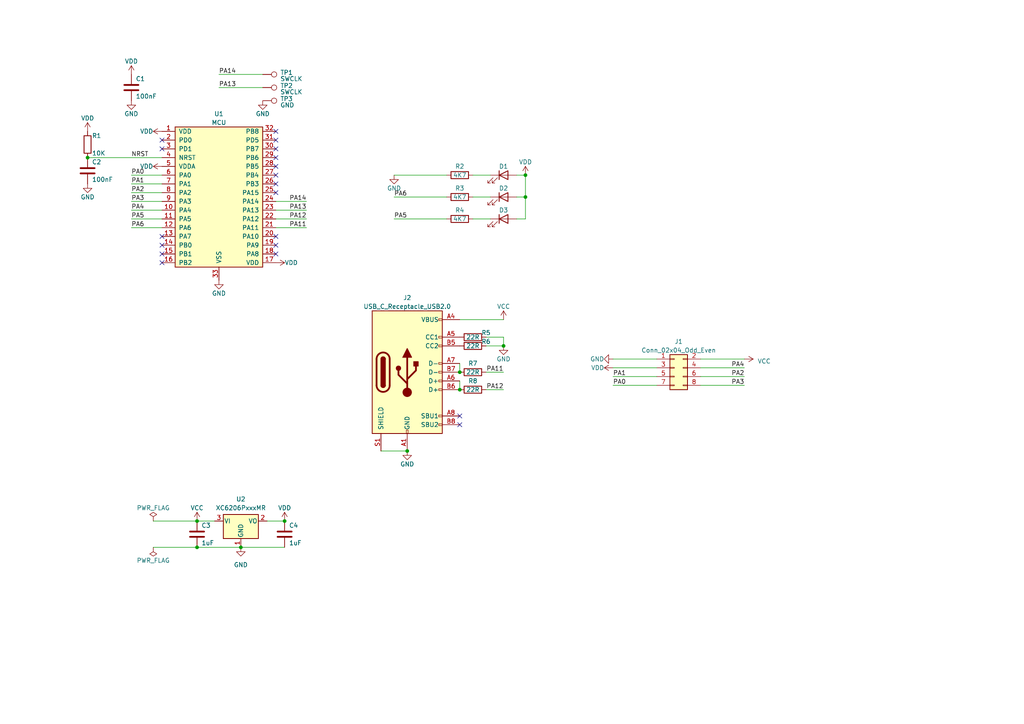
<source format=kicad_sch>
(kicad_sch (version 20230121) (generator eeschema)
  (paper "A4")
  (lib_symbols
    (symbol "Connector:TestPoint" (pin_numbers hide) (pin_names (offset 0.762) hide)
      (property "Reference" "TP" (at 0 6.858 0))
      (property "Value" "TestPoint" (at 0 5.08 0))
      (symbol "TestPoint_0_1"
        (circle (center 0 3.302) (radius 0.762))
      )
      (symbol "TestPoint_1_1"
        (pin passive line (at 0 0 90) (length 2.54) (name "1") (number "1"))
      )
    )
    (symbol "Connector:USB_C_Receptacle_USB2.0" (pin_names (offset 1.016))
      (property "Reference" "J" (at -10.16 19.05 0))
      (property "Value" "USB_C_Receptacle_USB2.0" (at 19.05 19.05 0))
      (symbol "USB_C_Receptacle_USB2.0_0_0"
        (rectangle (start -0.254 -17.78) (end 0.254 -16.764))
        (rectangle (start 10.16 -14.986) (end 9.144 -15.494))
        (rectangle (start 10.16 -12.446) (end 9.144 -12.954))
        (rectangle (start 10.16 -4.826) (end 9.144 -5.334))
        (rectangle (start 10.16 -2.286) (end 9.144 -2.794))
        (rectangle (start 10.16 0.254) (end 9.144 -0.254))
        (rectangle (start 10.16 2.794) (end 9.144 2.286))
        (rectangle (start 10.16 7.874) (end 9.144 7.366))
        (rectangle (start 10.16 10.414) (end 9.144 9.906))
        (rectangle (start 10.16 15.494) (end 9.144 14.986))
      )
      (symbol "USB_C_Receptacle_USB2.0_0_1"
        (rectangle (start -10.16 17.78) (end 10.16 -17.78) (stroke (width 0.254)) (fill (type background)))
        (arc (start -8.89 -3.81) (mid -6.985 -5.7067) (end -5.08 -3.81) (stroke (width 0.508)))
        (arc (start -7.62 -3.81) (mid -6.985 -4.4423) (end -6.35 -3.81) (stroke (width 0.254)))
        (arc (start -7.62 -3.81) (mid -6.985 -4.4423) (end -6.35 -3.81) (stroke (width 0.254)) (fill (type outline)))
        (rectangle (start -7.62 -3.81) (end -6.35 3.81) (stroke (width 0.254)) (fill (type outline)))
        (arc (start -6.35 3.81) (mid -6.985 4.4423) (end -7.62 3.81) (stroke (width 0.254)))
        (arc (start -6.35 3.81) (mid -6.985 4.4423) (end -7.62 3.81) (stroke (width 0.254)) (fill (type outline)))
        (arc (start -5.08 3.81) (mid -6.985 5.7067) (end -8.89 3.81) (stroke (width 0.508)))
        (circle (center -2.54 1.143) (radius 0.635) (stroke (width 0.254)) (fill (type outline)))
        (circle (center 0 -5.842) (radius 1.27) (fill (type outline)))
        (polyline (pts (xy -8.89 -3.81) (xy -8.89 3.81)) (stroke (width 0.508)))
        (polyline (pts (xy -5.08 3.81) (xy -5.08 -3.81)) (stroke (width 0.508)))
        (polyline (pts (xy 0 -5.842) (xy 0 4.318)) (stroke (width 0.508)))
        (polyline (pts (xy 0 -3.302) (xy -2.54 -0.762) (xy -2.54 0.508)) (stroke (width 0.508)))
        (polyline (pts (xy 0 -2.032) (xy 2.54 0.508) (xy 2.54 1.778)) (stroke (width 0.508)))
        (polyline (pts (xy -1.27 4.318) (xy 0 6.858) (xy 1.27 4.318) (xy -1.27 4.318)) (stroke (width 0.254)) (fill (type outline)))
        (rectangle (start 1.905 1.778) (end 3.175 3.048) (stroke (width 0.254)) (fill (type outline)))
      )
      (symbol "USB_C_Receptacle_USB2.0_1_1"
        (pin passive line (at 0 -22.86 90) (length 5.08) (name "GND") (number "A1"))
        (pin passive line (at 0 -22.86 90) (length 5.08) hide (name "GND") (number "A12"))
        (pin passive line (at 15.24 15.24 180) (length 5.08) (name "VBUS") (number "A4"))
        (pin bidirectional line (at 15.24 10.16 180) (length 5.08) (name "CC1") (number "A5"))
        (pin bidirectional line (at 15.24 -2.54 180) (length 5.08) (name "D+") (number "A6"))
        (pin bidirectional line (at 15.24 2.54 180) (length 5.08) (name "D-") (number "A7"))
        (pin bidirectional line (at 15.24 -12.7 180) (length 5.08) (name "SBU1") (number "A8"))
        (pin passive line (at 15.24 15.24 180) (length 5.08) hide (name "VBUS") (number "A9"))
        (pin passive line (at 0 -22.86 90) (length 5.08) hide (name "GND") (number "B1"))
        (pin passive line (at 0 -22.86 90) (length 5.08) hide (name "GND") (number "B12"))
        (pin passive line (at 15.24 15.24 180) (length 5.08) hide (name "VBUS") (number "B4"))
        (pin bidirectional line (at 15.24 7.62 180) (length 5.08) (name "CC2") (number "B5"))
        (pin bidirectional line (at 15.24 -5.08 180) (length 5.08) (name "D+") (number "B6"))
        (pin bidirectional line (at 15.24 0 180) (length 5.08) (name "D-") (number "B7"))
        (pin bidirectional line (at 15.24 -15.24 180) (length 5.08) (name "SBU2") (number "B8"))
        (pin passive line (at 15.24 15.24 180) (length 5.08) hide (name "VBUS") (number "B9"))
        (pin passive line (at -7.62 -22.86 90) (length 5.08) (name "SHIELD") (number "S1"))
      )
    )
    (symbol "Connector_Generic:Conn_02x04_Odd_Even" (pin_names (offset 1.016) hide)
      (property "Reference" "J" (at 1.27 5.08 0))
      (property "Value" "Conn_02x04_Odd_Even" (at 1.27 -7.62 0))
      (symbol "Conn_02x04_Odd_Even_1_1"
        (rectangle (start -1.27 -4.953) (end 0 -5.207) (stroke (width 0.1524)))
        (rectangle (start -1.27 -2.413) (end 0 -2.667) (stroke (width 0.1524)))
        (rectangle (start -1.27 0.127) (end 0 -0.127) (stroke (width 0.1524)))
        (rectangle (start -1.27 2.667) (end 0 2.413) (stroke (width 0.1524)))
        (rectangle (start -1.27 3.81) (end 3.81 -6.35) (stroke (width 0.254)) (fill (type background)))
        (rectangle (start 3.81 -4.953) (end 2.54 -5.207) (stroke (width 0.1524)))
        (rectangle (start 3.81 -2.413) (end 2.54 -2.667) (stroke (width 0.1524)))
        (rectangle (start 3.81 0.127) (end 2.54 -0.127) (stroke (width 0.1524)))
        (rectangle (start 3.81 2.667) (end 2.54 2.413) (stroke (width 0.1524)))
        (pin passive line (at -5.08 2.54 0) (length 3.81) (name "Pin_1") (number "1"))
        (pin passive line (at 7.62 2.54 180) (length 3.81) (name "Pin_2") (number "2"))
        (pin passive line (at -5.08 0 0) (length 3.81) (name "Pin_3") (number "3"))
        (pin passive line (at 7.62 0 180) (length 3.81) (name "Pin_4") (number "4"))
        (pin passive line (at -5.08 -2.54 0) (length 3.81) (name "Pin_5") (number "5"))
        (pin passive line (at 7.62 -2.54 180) (length 3.81) (name "Pin_6") (number "6"))
        (pin passive line (at -5.08 -5.08 0) (length 3.81) (name "Pin_7") (number "7"))
        (pin passive line (at 7.62 -5.08 180) (length 3.81) (name "Pin_8") (number "8"))
      )
    )
    (symbol "Connector_Generic:Conn_02x16_Counter_Clockwise" (pin_names (offset 1.016))
      (property "Reference" "U1" (at 0 22.86 0))
      (property "Value" "MCU" (at 0 20.32 0))
      (symbol "Conn_02x16_Counter_Clockwise_1_1"
        (rectangle (start -12.7 19.05) (end 12.7 -21.59) (stroke (width 0.254)) (fill (type background)))
        (pin power_in line (at -16.51 17.78 0) (length 3.81) (name "VDD") (number "1"))
        (pin bidirectional line (at -16.51 -5.08 0) (length 3.81) (name "PA4") (number "10"))
        (pin bidirectional line (at -16.51 -7.62 0) (length 3.81) (name "PA5") (number "11"))
        (pin bidirectional line (at -16.51 -10.16 0) (length 3.81) (name "PA6") (number "12"))
        (pin bidirectional line (at -16.51 -12.7 0) (length 3.81) (name "PA7") (number "13"))
        (pin bidirectional line (at -16.51 -15.24 0) (length 3.81) (name "PB0") (number "14"))
        (pin bidirectional line (at -16.51 -17.78 0) (length 3.81) (name "PB1") (number "15"))
        (pin bidirectional line (at -16.51 -20.32 0) (length 3.81) (name "PB2") (number "16"))
        (pin power_in line (at 16.51 -20.32 180) (length 3.81) (name "VDD") (number "17"))
        (pin bidirectional line (at 16.51 -17.78 180) (length 3.81) (name "PA8") (number "18"))
        (pin bidirectional line (at 16.51 -15.24 180) (length 3.81) (name "PA9") (number "19"))
        (pin bidirectional line (at -16.51 15.24 0) (length 3.81) (name "PD0") (number "2"))
        (pin bidirectional line (at 16.51 -12.7 180) (length 3.81) (name "PA10") (number "20"))
        (pin bidirectional line (at 16.51 -10.16 180) (length 3.81) (name "PA11") (number "21"))
        (pin bidirectional line (at 16.51 -7.62 180) (length 3.81) (name "PA12") (number "22"))
        (pin bidirectional line (at 16.51 -5.08 180) (length 3.81) (name "PA13") (number "23"))
        (pin bidirectional line (at 16.51 -2.54 180) (length 3.81) (name "PA14") (number "24"))
        (pin bidirectional line (at 16.51 0 180) (length 3.81) (name "PA15") (number "25"))
        (pin bidirectional line (at 16.51 2.54 180) (length 3.81) (name "PB3") (number "26"))
        (pin bidirectional line (at 16.51 5.08 180) (length 3.81) (name "PB4") (number "27"))
        (pin bidirectional line (at 16.51 7.62 180) (length 3.81) (name "PB5") (number "28"))
        (pin bidirectional line (at 16.51 10.16 180) (length 3.81) (name "PB6") (number "29"))
        (pin bidirectional line (at -16.51 12.7 0) (length 3.81) (name "PD1") (number "3"))
        (pin bidirectional line (at 16.51 12.7 180) (length 3.81) (name "PB7") (number "30"))
        (pin bidirectional line (at 16.51 15.24 180) (length 3.81) (name "PD5") (number "31"))
        (pin bidirectional line (at 16.51 17.78 180) (length 3.81) (name "PB8") (number "32"))
        (pin power_in line (at 0 -25.4 90) (length 3.81) (name "VSS") (number "33"))
        (pin input line (at -16.51 10.16 0) (length 3.81) (name "NRST") (number "4"))
        (pin power_in line (at -16.51 7.62 0) (length 3.81) (name "VDDA") (number "5"))
        (pin bidirectional line (at -16.51 5.08 0) (length 3.81) (name "PA0") (number "6"))
        (pin bidirectional line (at -16.51 2.54 0) (length 3.81) (name "PA1") (number "7"))
        (pin bidirectional line (at -16.51 0 0) (length 3.81) (name "PA2") (number "8"))
        (pin bidirectional line (at -16.51 -2.54 0) (length 3.81) (name "PA3") (number "9"))
      )
    )
    (symbol "Device:C" (pin_numbers hide) (pin_names (offset 0.254))
      (property "Reference" "C" (at 0.635 2.54 0))
      (property "Value" "C" (at 0.635 -2.54 0))
      (symbol "C_0_1"
        (polyline (pts (xy -2.032 -0.762) (xy 2.032 -0.762)) (stroke (width 0.508)))
        (polyline (pts (xy -2.032 0.762) (xy 2.032 0.762)) (stroke (width 0.508)))
      )
      (symbol "C_1_1"
        (pin passive line (at 0 3.81 270) (length 2.794) (name "~") (number "1"))
        (pin passive line (at 0 -3.81 90) (length 2.794) (name "~") (number "2"))
      )
    )
    (symbol "Device:LED" (pin_numbers hide) (pin_names (offset 1.016) hide)
      (property "Reference" "D" (at 0 2.54 0))
      (property "Value" "LED" (at 0 -2.54 0))
      (symbol "LED_0_1"
        (polyline (pts (xy -1.27 -1.27) (xy -1.27 1.27)) (stroke (width 0.254)))
        (polyline (pts (xy -1.27 0) (xy 1.27 0)))
        (polyline (pts (xy 1.27 -1.27) (xy 1.27 1.27) (xy -1.27 0) (xy 1.27 -1.27)) (stroke (width 0.254)))
        (polyline (pts (xy -3.048 -0.762) (xy -4.572 -2.286) (xy -3.81 -2.286) (xy -4.572 -2.286) (xy -4.572 -1.524)))
        (polyline (pts (xy -1.778 -0.762) (xy -3.302 -2.286) (xy -2.54 -2.286) (xy -3.302 -2.286) (xy -3.302 -1.524)))
      )
      (symbol "LED_1_1"
        (pin passive line (at -3.81 0 0) (length 2.54) (name "K") (number "1"))
        (pin passive line (at 3.81 0 180) (length 2.54) (name "A") (number "2"))
      )
    )
    (symbol "Device:R" (pin_numbers hide) (pin_names (offset 0))
      (property "Reference" "R" (at 2.032 0 90))
      (property "Value" "R" (at 0 0 90))
      (symbol "R_0_1"
        (rectangle (start -1.016 -2.54) (end 1.016 2.54) (stroke (width 0.254)))
      )
      (symbol "R_1_1"
        (pin passive line (at 0 3.81 270) (length 1.27) (name "~") (number "1"))
        (pin passive line (at 0 -3.81 90) (length 1.27) (name "~") (number "2"))
      )
    )
    (symbol "Regulator_Linear:XC6206PxxxMR" (pin_names (offset 0.254))
      (property "Reference" "U" (at -3.81 3.175 0))
      (property "Value" "XC6206PxxxMR" (at 0 3.175 0))
      (symbol "XC6206PxxxMR_0_1"
        (rectangle (start -5.08 1.905) (end 5.08 -5.08) (stroke (width 0.254)) (fill (type background)))
      )
      (symbol "XC6206PxxxMR_1_1"
        (pin power_in line (at 0 -7.62 90) (length 2.54) (name "GND") (number "1"))
        (pin power_out line (at 7.62 0 180) (length 2.54) (name "VO") (number "2"))
        (pin power_in line (at -7.62 0 0) (length 2.54) (name "VI") (number "3"))
      )
    )
    (symbol "power:GND" (power) (pin_names (offset 0))
      (property "Value" "GND" (at 0 -3.81 0))
      (symbol "GND_0_1"
        (polyline (pts (xy 0 0) (xy 0 -1.27) (xy 1.27 -1.27) (xy 0 -2.54) (xy -1.27 -1.27) (xy 0 -1.27)))
      )
      (symbol "GND_1_1"
        (pin power_in line (at 0 0 270) (length 0) hide (name "GND") (number "1"))
      )
    )
    (symbol "power:PWR_FLAG" (power) (pin_numbers hide) (pin_names (offset 0) hide)
      (property "Value" "PWR_FLAG" (at 0 3.81 0))
      (symbol "PWR_FLAG_0_0"
        (pin power_out line (at 0 0 90) (length 0) (name "pwr") (number "1"))
      )
      (symbol "PWR_FLAG_0_1"
        (polyline (pts (xy 0 0) (xy 0 1.27) (xy -1.016 1.905) (xy 0 2.54) (xy 1.016 1.905) (xy 0 1.27)))
      )
    )
    (symbol "power:VCC" (power) (pin_names (offset 0))
      (property "Value" "VCC" (at 0 3.81 0))
      (symbol "VCC_0_1"
        (polyline (pts (xy -0.762 1.27) (xy 0 2.54)))
        (polyline (pts (xy 0 0) (xy 0 2.54)))
        (polyline (pts (xy 0 2.54) (xy 0.762 1.27)))
      )
      (symbol "VCC_1_1"
        (pin power_in line (at 0 0 90) (length 0) hide (name "VCC") (number "1"))
      )
    )
    (symbol "power:VDD" (power) (pin_names (offset 0))
      (property "Value" "VDD" (at 0 3.81 0))
      (symbol "VDD_0_1"
        (polyline (pts (xy -0.762 1.27) (xy 0 2.54)))
        (polyline (pts (xy 0 0) (xy 0 2.54)))
        (polyline (pts (xy 0 2.54) (xy 0.762 1.27)))
      )
      (symbol "VDD_1_1"
        (pin power_in line (at 0 0 90) (length 0) hide (name "VDD") (number "1"))
      )
    )
  )
  (junction (at 133.35 107.95))
  (junction (at 69.85 158.75))
  (junction (at 57.15 151.13))
  (junction (at 133.35 113.03))
  (junction (at 152.4 50.8))
  (junction (at 146.05 100.33))
  (junction (at 25.4 45.72))
  (junction (at 82.55 151.13))
  (junction (at 57.15 158.75))
  (junction (at 152.4 57.15))
  (junction (at 118.11 130.81))
  (no_connect (at 46.99 40.64))
  (no_connect (at 80.01 48.26))
  (no_connect (at 46.99 76.2))
  (no_connect (at 80.01 68.58))
  (no_connect (at 80.01 71.12))
  (no_connect (at 80.01 73.66))
  (no_connect (at 80.01 55.88))
  (no_connect (at 80.01 53.34))
  (no_connect (at 133.35 123.19))
  (no_connect (at 46.99 71.12))
  (no_connect (at 80.01 43.18))
  (no_connect (at 80.01 50.8))
  (no_connect (at 133.35 120.65))
  (no_connect (at 46.99 73.66))
  (no_connect (at 46.99 43.18))
  (no_connect (at 80.01 45.72))
  (no_connect (at 46.99 68.58))
  (no_connect (at 80.01 40.64))
  (no_connect (at 80.01 38.1))
  (wire (pts (xy 149.86 57.15) (xy 152.4 57.15)))
  (wire (pts (xy 177.8 104.14) (xy 190.5 104.14)))
  (wire (pts (xy 63.5 21.59) (xy 76.2 21.59)))
  (wire (pts (xy 203.2 104.14) (xy 215.9 104.14)))
  (wire (pts (xy 140.97 97.79) (xy 146.05 97.79)))
  (wire (pts (xy 203.2 109.22) (xy 215.9 109.22)))
  (wire (pts (xy 137.16 63.5) (xy 142.24 63.5)))
  (wire (pts (xy 152.4 63.5) (xy 152.4 57.15)))
  (wire (pts (xy 149.86 50.8) (xy 152.4 50.8)))
  (wire (pts (xy 149.86 63.5) (xy 152.4 63.5)))
  (wire (pts (xy 80.01 66.04) (xy 88.9 66.04)))
  (wire (pts (xy 133.35 110.49) (xy 133.35 113.03)))
  (wire (pts (xy 44.45 151.13) (xy 57.15 151.13)))
  (wire (pts (xy 80.01 58.42) (xy 88.9 58.42)))
  (wire (pts (xy 25.4 45.72) (xy 46.99 45.72)))
  (wire (pts (xy 140.97 113.03) (xy 146.05 113.03)))
  (wire (pts (xy 38.1 60.96) (xy 46.99 60.96)))
  (wire (pts (xy 177.8 106.68) (xy 190.5 106.68)))
  (wire (pts (xy 69.85 158.75) (xy 82.55 158.75)))
  (wire (pts (xy 177.8 109.22) (xy 190.5 109.22)))
  (wire (pts (xy 57.15 151.13) (xy 62.23 151.13)))
  (wire (pts (xy 133.35 92.71) (xy 146.05 92.71)))
  (wire (pts (xy 38.1 55.88) (xy 46.99 55.88)))
  (wire (pts (xy 203.2 106.68) (xy 215.9 106.68)))
  (wire (pts (xy 38.1 50.8) (xy 46.99 50.8)))
  (wire (pts (xy 82.55 151.13) (xy 77.47 151.13)))
  (wire (pts (xy 146.05 100.33) (xy 140.97 100.33)))
  (wire (pts (xy 152.4 57.15) (xy 152.4 50.8)))
  (wire (pts (xy 140.97 107.95) (xy 146.05 107.95)))
  (wire (pts (xy 114.3 50.8) (xy 129.54 50.8)))
  (wire (pts (xy 38.1 63.5) (xy 46.99 63.5)))
  (wire (pts (xy 110.49 130.81) (xy 118.11 130.81)))
  (wire (pts (xy 80.01 60.96) (xy 88.9 60.96)))
  (wire (pts (xy 146.05 97.79) (xy 146.05 100.33)))
  (wire (pts (xy 137.16 50.8) (xy 142.24 50.8)))
  (wire (pts (xy 44.45 158.75) (xy 57.15 158.75)))
  (wire (pts (xy 38.1 58.42) (xy 46.99 58.42)))
  (wire (pts (xy 38.1 53.34) (xy 46.99 53.34)))
  (wire (pts (xy 133.35 105.41) (xy 133.35 107.95)))
  (wire (pts (xy 38.1 66.04) (xy 46.99 66.04)))
  (wire (pts (xy 177.8 111.76) (xy 190.5 111.76)))
  (wire (pts (xy 114.3 63.5) (xy 129.54 63.5)))
  (wire (pts (xy 63.5 25.4) (xy 76.2 25.4)))
  (wire (pts (xy 203.2 111.76) (xy 215.9 111.76)))
  (wire (pts (xy 137.16 57.15) (xy 142.24 57.15)))
  (wire (pts (xy 57.15 158.75) (xy 69.85 158.75)))
  (wire (pts (xy 80.01 63.5) (xy 88.9 63.5)))
  (wire (pts (xy 114.3 57.15) (xy 129.54 57.15)))
  (label "PA4" (at 38.1 60.96 0))
  (label "PA11" (at 88.9 66.04 180))
  (label "PA1" (at 38.1 53.34 0))
  (label "PA6" (at 114.3 57.15 0))
  (label "PA12" (at 146.05 113.03 180))
  (label "PA14" (at 88.9 58.42 180))
  (label "PA3" (at 38.1 58.42 0))
  (label "PA2" (at 38.1 55.88 0))
  (label "PA0" (at 38.1 50.8 0))
  (label "PA2" (at 215.9 109.22 180))
  (label "PA0" (at 177.8 111.76 0))
  (label "NRST" (at 38.1 45.72 0))
  (label "PA13" (at 63.5 25.4 0))
  (label "PA12" (at 88.9 63.5 180))
  (label "PA14" (at 63.5 21.59 0))
  (label "PA5" (at 38.1 63.5 0))
  (label "PA11" (at 146.05 107.95 180))
  (label "PA13" (at 88.9 60.96 180))
  (label "PA6" (at 38.1 66.04 0))
  (label "PA4" (at 215.9 106.68 180))
  (label "PA5" (at 114.3 63.5 0))
  (label "PA1" (at 177.8 109.22 0))
  (label "PA3" (at 215.9 111.76 180))
  (symbol (lib_id "power:VCC") (at 146.05 92.71 0) (unit 1)
    (property "Reference" "#PWR012" (effects hide))
    (property "Value" "VCC" (at 146.05 88.9 0))
  )
  (symbol (lib_id "power:GND") (at 177.8 104.14 270) (unit 1)
    (property "Reference" "#PWR014" (effects hide))
    (property "Value" "GND" (at 175.26 104.14 90) (effects (justify right)))
  )
  (symbol (lib_id "power:VDD") (at 38.1 21.59 0) (unit 1)
    (property "Reference" "#PWR01" (effects hide))
    (property "Value" "VDD" (at 38.1 17.78 0))
  )
  (symbol (lib_id "Connector_Generic:Conn_02x16_Counter_Clockwise") (at 63.5 55.88 0) (unit 1)
    (property "Reference" "U1" (at 63.5 33.02 0))
    (property "Value" "MCU" (at 63.5 35.56 0))
    (property "Footprint" "Package_DFN_QFN:QFN-32-1EP_5x5mm_P0.5mm_EP3.6x3.6mm" (effects hide))
  )
  (symbol (lib_id "power:VDD") (at 46.99 38.1 90) (unit 1)
    (property "Reference" "#PWR05" (effects hide))
    (property "Value" "VDD" (at 44.45 38.1 90) (effects (justify left)))
  )
  (symbol (lib_id "power:VDD") (at 152.4 50.8 0) (unit 1)
    (property "Reference" "#PWR08" (effects hide))
    (property "Value" "VDD" (at 152.4 46.99 0))
  )
  (symbol (lib_id "power:VDD") (at 177.8 106.68 90) (unit 1)
    (property "Reference" "#PWR015" (effects hide))
    (property "Value" "VDD" (at 175.26 106.68 90) (effects (justify left)))
  )
  (symbol (lib_id "Device:C") (at 38.1 25.4 0) (unit 1)
    (property "Reference" "C1" (at 39.37 22.86 0) (effects (justify left)))
    (property "Value" "100nF" (at 39.37 27.94 0) (effects (justify left)))
    (property "Footprint" "Capacitor_SMD:C_0603_1608Metric_Pad1.08x0.95mm_HandSolder" (effects hide))
  )
  (symbol (lib_id "power:GND") (at 114.3 50.8 0) (unit 1)
    (property "Reference" "#PWR07" (effects hide))
    (property "Value" "GND" (at 114.3 54.61 0))
  )
  (symbol (lib_id "Device:R") (at 137.16 107.95 90) (unit 1)
    (property "Reference" "R7" (at 137.16 105.41 90))
    (property "Value" "22R" (at 137.16 107.95 90))
    (property "Footprint" "Resistor_SMD:R_0603_1608Metric_Pad0.98x0.95mm_HandSolder" (effects hide))
  )
  (symbol (lib_id "Device:R") (at 133.35 63.5 90) (unit 1)
    (property "Reference" "R4" (at 133.35 60.96 90))
    (property "Value" "4K7" (at 133.35 63.5 90))
    (property "Footprint" "Resistor_SMD:R_0603_1608Metric_Pad0.98x0.95mm_HandSolder" (effects hide))
  )
  (symbol (lib_id "power:GND") (at 25.4 53.34 0) (unit 1)
    (property "Reference" "#PWR09" (effects hide))
    (property "Value" "GND" (at 25.4 57.15 0))
  )
  (symbol (lib_id "Device:LED") (at 146.05 63.5 0) (unit 1)
    (property "Reference" "D3" (at 146.05 60.96 0))
    (property "Value" "LED" (effects hide))
    (property "Footprint" "LED_SMD:LED_0603_1608Metric_Pad1.05x0.95mm_HandSolder" (effects hide))
  )
  (symbol (lib_id "Device:R") (at 25.4 41.91 0) (unit 1)
    (property "Reference" "R1" (at 26.67 39.37 0) (effects (justify left)))
    (property "Value" "10K" (at 26.67 44.45 0) (effects (justify left)))
    (property "Footprint" "Resistor_SMD:R_0603_1608Metric_Pad0.98x0.95mm_HandSolder" (effects hide))
  )
  (symbol (lib_id "power:VDD") (at 46.99 48.26 90) (unit 1)
    (property "Reference" "#PWR06" (effects hide))
    (property "Value" "VDD" (at 44.45 48.26 90) (effects (justify left)))
  )
  (symbol (lib_id "power:PWR_FLAG") (at 44.45 158.75 180) (unit 1)
    (property "Reference" "#FLG02" (effects hide))
    (property "Value" "PWR_FLAG" (at 44.45 162.56 0))
  )
  (symbol (lib_id "Device:LED") (at 146.05 50.8 0) (unit 1)
    (property "Reference" "D1" (at 146.05 48.26 0))
    (property "Value" "LED" (effects hide))
    (property "Footprint" "LED_SMD:LED_0603_1608Metric_Pad1.05x0.95mm_HandSolder" (effects hide))
  )
  (symbol (lib_id "power:GND") (at 76.2 29.21 0) (unit 1)
    (property "Reference" "#PWR03" (effects hide))
    (property "Value" "GND" (at 76.2 33.02 0))
  )
  (symbol (lib_id "power:GND") (at 118.11 130.81 0) (unit 1)
    (property "Reference" "#PWR017" (effects hide))
    (property "Value" "GND" (at 118.11 134.62 0))
  )
  (symbol (lib_id "power:VDD") (at 82.55 151.13 0) (unit 1)
    (property "Reference" "#PWR019" (effects hide))
    (property "Value" "VDD" (at 82.55 147.32 0))
  )
  (symbol (lib_id "Connector:TestPoint") (at 76.2 29.21 270) (unit 1)
    (property "Reference" "TP3" (at 81.28 27.94 90) (effects (justify left top)))
    (property "Value" "GND" (at 81.28 30.48 90) (effects (justify left)))
    (property "Footprint" "TestPoint:TestPoint_Pad_D1.0mm" (effects hide))
  )
  (symbol (lib_id "power:VDD") (at 25.4 38.1 0) (unit 1)
    (property "Reference" "#PWR04" (effects hide))
    (property "Value" "VDD" (at 25.4 34.29 0))
  )
  (symbol (lib_id "power:GND") (at 38.1 29.21 0) (unit 1)
    (property "Reference" "#PWR02" (effects hide))
    (property "Value" "GND" (at 38.1 33.02 0))
  )
  (symbol (lib_id "power:GND") (at 146.05 100.33 0) (unit 1)
    (property "Reference" "#PWR013" (effects hide))
    (property "Value" "GND" (at 146.05 104.14 0))
  )
  (symbol (lib_id "Connector:TestPoint") (at 76.2 21.59 270) (unit 1)
    (property "Reference" "TP1" (at 81.28 20.32 90) (effects (justify left top)))
    (property "Value" "SWCLK" (at 81.28 22.86 90) (effects (justify left)))
    (property "Footprint" "TestPoint:TestPoint_Pad_D1.0mm" (effects hide))
  )
  (symbol (lib_id "power:GND") (at 69.85 158.75 0) (unit 1)
    (property "Reference" "#PWR020" (effects hide))
    (property "Value" "GND" (at 69.85 163.83 0))
  )
  (symbol (lib_id "Device:R") (at 137.16 100.33 90) (unit 1)
    (property "Reference" "R6" (at 140.97 99.06 90))
    (property "Value" "22R" (at 137.16 100.33 90))
    (property "Footprint" "Resistor_SMD:R_0603_1608Metric_Pad0.98x0.95mm_HandSolder" (effects hide))
  )
  (symbol (lib_id "Device:R") (at 133.35 57.15 90) (unit 1)
    (property "Reference" "R3" (at 133.35 54.61 90))
    (property "Value" "4K7" (at 133.35 57.15 90))
    (property "Footprint" "Resistor_SMD:R_0603_1608Metric_Pad0.98x0.95mm_HandSolder" (effects hide))
  )
  (symbol (lib_id "Device:C") (at 25.4 49.53 0) (unit 1)
    (property "Reference" "C2" (at 26.67 46.99 0) (effects (justify left)))
    (property "Value" "100nF" (at 26.67 52.07 0) (effects (justify left)))
    (property "Footprint" "Capacitor_SMD:C_0603_1608Metric_Pad1.08x0.95mm_HandSolder" (effects hide))
  )
  (symbol (lib_id "Device:C") (at 82.55 154.94 0) (unit 1)
    (property "Reference" "C4" (at 83.82 152.4 0) (effects (justify left)))
    (property "Value" "1uF" (at 83.82 157.48 0) (effects (justify left)))
    (property "Footprint" "Capacitor_SMD:C_0603_1608Metric_Pad1.08x0.95mm_HandSolder" (effects hide))
  )
  (symbol (lib_id "power:VDD") (at 80.01 76.2 270) (unit 1)
    (property "Reference" "#PWR010" (effects hide))
    (property "Value" "VDD" (at 82.55 76.2 90) (effects (justify left)))
  )
  (symbol (lib_id "Device:R") (at 137.16 113.03 90) (unit 1)
    (property "Reference" "R8" (at 137.16 110.49 90))
    (property "Value" "22R" (at 137.16 113.03 90))
    (property "Footprint" "Resistor_SMD:R_0603_1608Metric_Pad0.98x0.95mm_HandSolder" (effects hide))
  )
  (symbol (lib_id "Regulator_Linear:XC6206PxxxMR") (at 69.85 151.13 0) (unit 1)
    (property "Reference" "U2" (at 69.85 144.78 0))
    (property "Value" "XC6206PxxxMR" (at 69.85 147.32 0))
    (property "Footprint" "Package_TO_SOT_SMD:SOT-23" (effects hide))
    (property "Datasheet" "https://www.torexsemi.com/file/xc6206/XC6206.pdf" (effects hide))
  )
  (symbol (lib_id "Device:R") (at 137.16 97.79 90) (unit 1)
    (property "Reference" "R5" (at 140.97 96.52 90))
    (property "Value" "22R" (at 137.16 97.79 90))
    (property "Footprint" "Resistor_SMD:R_0603_1608Metric_Pad0.98x0.95mm_HandSolder" (effects hide))
  )
  (symbol (lib_id "power:GND") (at 63.5 81.28 0) (unit 1)
    (property "Reference" "#PWR011" (effects hide))
    (property "Value" "GND" (at 63.5 85.09 0))
  )
  (symbol (lib_id "power:PWR_FLAG") (at 44.45 151.13 0) (unit 1)
    (property "Reference" "#FLG01" (effects hide))
    (property "Value" "PWR_FLAG" (at 44.45 147.32 0))
  )
  (symbol (lib_id "Device:R") (at 133.35 50.8 90) (unit 1)
    (property "Reference" "R2" (at 133.35 48.26 90))
    (property "Value" "4K7" (at 133.35 50.8 90))
    (property "Footprint" "Resistor_SMD:R_0603_1608Metric_Pad0.98x0.95mm_HandSolder" (effects hide))
  )
  (symbol (lib_id "power:VCC") (at 57.15 151.13 0) (unit 1)
    (property "Reference" "#PWR018" (effects hide))
    (property "Value" "VCC" (at 57.15 147.32 0))
  )
  (symbol (lib_id "power:VCC") (at 215.9 104.14 270) (unit 1)
    (property "Reference" "#PWR016" (effects hide))
    (property "Value" "VCC" (at 219.71 104.775 90) (effects (justify left)))
  )
  (symbol (lib_id "Connector:TestPoint") (at 76.2 25.4 270) (unit 1)
    (property "Reference" "TP2" (at 81.28 24.13 90) (effects (justify left top)))
    (property "Value" "SWCLK" (at 81.28 26.67 90) (effects (justify left)))
    (property "Footprint" "TestPoint:TestPoint_Pad_D1.0mm" (effects hide))
  )
  (symbol (lib_id "Connector_Generic:Conn_02x04_Odd_Even") (at 195.58 106.68 0) (unit 1)
    (property "Reference" "J1" (at 196.85 99.06 0))
    (property "Value" "Conn_02x04_Odd_Even" (at 196.85 101.6 0))
    (property "Footprint" "Connector_PinHeader_2.54mm:PinHeader_2x04_P2.54mm_Horizonal_Edge" (effects hide))
  )
  (symbol (lib_id "Device:C") (at 57.15 154.94 0) (unit 1)
    (property "Reference" "C3" (at 58.42 152.4 0) (effects (justify left)))
    (property "Value" "1uF" (at 58.42 157.48 0) (effects (justify left)))
    (property "Footprint" "Capacitor_SMD:C_0603_1608Metric_Pad1.08x0.95mm_HandSolder" (effects hide))
  )
  (symbol (lib_id "Device:LED") (at 146.05 57.15 0) (unit 1)
    (property "Reference" "D2" (at 146.05 54.61 0))
    (property "Value" "LED" (effects hide))
    (property "Footprint" "LED_SMD:LED_0603_1608Metric_Pad1.05x0.95mm_HandSolder" (effects hide))
  )
  (symbol (lib_id "Connector:USB_C_Receptacle_USB2.0") (at 118.11 107.95 0) (unit 1)
    (property "Reference" "J2" (at 118.11 86.36 0))
    (property "Value" "USB_C_Receptacle_USB2.0" (at 118.11 88.9 0))
    (property "Footprint" "Connector_USB:USB_C_Receptacle_HRO_TYPE-C-31-M-12" (effects hide))
    (property "Datasheet" "https://www.usb.org/sites/default/files/documents/usb_type-c.zip" (effects hide))
  )
)
</source>
